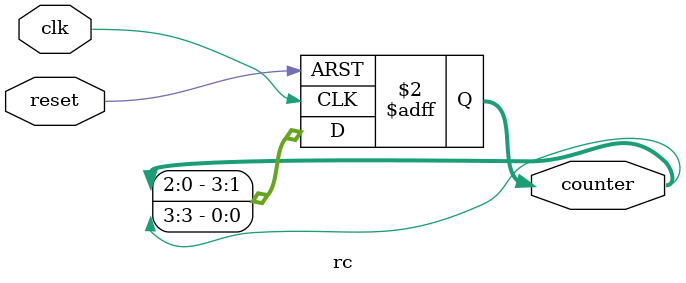
<source format=v>
module rc(
  input wire clk,
  input wire reset,
  output reg [3:0] counter
);

  always @(posedge clk or posedge reset) begin
    if (reset) begin
      counter <= 4'b0001; // Initialize counter with 1
    end else begin
      counter <= {counter[2:0], counter[3]}; // Shift the counter
    end
  end

endmodule


</source>
